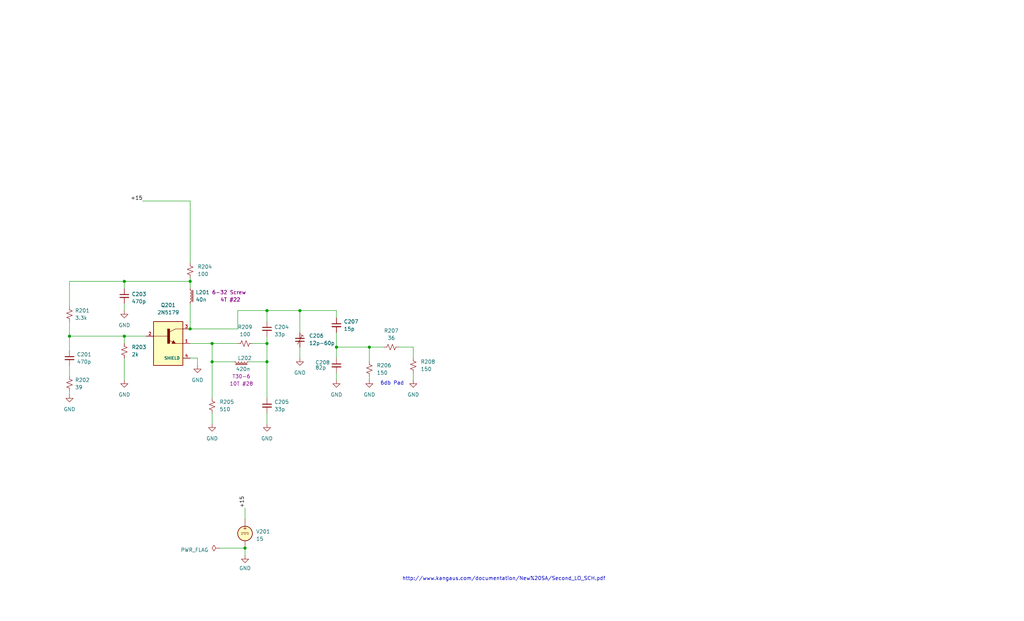
<source format=kicad_sch>
(kicad_sch (version 20230121) (generator eeschema)
  (paper "USLegal")
  (title_block (title "Spectrum Analyzer: Second Mixer and Second Local Oscillator") (date "2022-08-20") (rev "0") (company "Andy McCann KA3KAF and Doug McCann KA3KAG") (comment 1 "https://www.kangaus.com/documentation/New%20SA/Second_LO_SCH.pdf") (comment 2 "As modified by Kanga US schematic:") (comment 3 "Wes Hayward W7ZOI") (comment 4 "Original Design By:"))
  (lib_symbols
    (symbol "Device:C_Small" (pin_numbers hide) (pin_names (offset 0.254) hide)
      (property "Reference" "C" (at 0.254 1.778 0))
      (property "Value" "C_Small" (at 0.254 -2.032 0))
      (symbol "C_Small_0_1"
        (polyline (pts (xy -1.524 -0.508) (xy 1.524 -0.508)) (stroke (width 0.3302)))
        (polyline (pts (xy -1.524 0.508) (xy 1.524 0.508)) (stroke (width 0.3048)))
      )
      (symbol "C_Small_1_1"
        (pin passive line (at 0 2.54 270) (length 2.032) (name "~") (number "1"))
        (pin passive line (at 0 -2.54 90) (length 2.032) (name "~") (number "2"))
      )
    )
    (symbol "Device:C_Trim_Small" (pin_numbers hide) (pin_names (offset 0.254) hide)
      (property "Reference" "C" (at 1.524 -2.032 0))
      (property "Value" "C_Trim_Small" (at 3.048 -3.556 0))
      (symbol "C_Trim_Small_0_1"
        (polyline (pts (xy -1.524 -0.508) (xy 1.524 -0.508)) (stroke (width 0.3048)))
        (polyline (pts (xy -1.524 0.508) (xy 1.524 0.508)) (stroke (width 0.3048)))
        (polyline (pts (xy 0.762 1.524) (xy -0.762 -1.524)) (stroke (width 0.1778)))
        (polyline (pts (xy 1.27 1.27) (xy 0.381 1.778)) (stroke (width 0.1778)))
      )
      (symbol "C_Trim_Small_1_1"
        (pin passive line (at 0 2.54 270) (length 2.032) (name "~") (number "1"))
        (pin passive line (at 0 -2.54 90) (length 2.032) (name "~") (number "2"))
      )
    )
    (symbol "Device:L_Iron_Small" (pin_numbers hide) (pin_names (offset 0.254) hide)
      (property "Reference" "L" (at 1.27 1.016 0))
      (property "Value" "L_Iron_Small" (at 1.27 -1.27 0))
      (symbol "L_Iron_Small_0_1"
        (arc (start 0 -2.032) (mid 0.5058 -1.524) (end 0 -1.016))
        (arc (start 0 -1.016) (mid 0.5058 -0.508) (end 0 0))
        (polyline (pts (xy 0.762 2.032) (xy 0.762 -2.032)))
        (polyline (pts (xy 1.016 -2.032) (xy 1.016 2.032)))
        (arc (start 0 0) (mid 0.5058 0.508) (end 0 1.016))
        (arc (start 0 1.016) (mid 0.5058 1.524) (end 0 2.032))
      )
      (symbol "L_Iron_Small_1_1"
        (pin passive line (at 0 2.54 270) (length 0.508) (name "~") (number "1"))
        (pin passive line (at 0 -2.54 90) (length 0.508) (name "~") (number "2"))
      )
    )
    (symbol "Device:R_Small_US" (pin_numbers hide) (pin_names (offset 0.254) hide)
      (property "Reference" "R" (at 0.762 0.508 0))
      (property "Value" "R_Small_US" (at 0.762 -1.016 0))
      (symbol "R_Small_US_1_1"
        (polyline (pts (xy 0 0) (xy 1.016 -0.381) (xy 0 -0.762) (xy -1.016 -1.143) (xy 0 -1.524)))
        (polyline (pts (xy 0 1.524) (xy 1.016 1.143) (xy 0 0.762) (xy -1.016 0.381) (xy 0 0)))
        (pin passive line (at 0 2.54 270) (length 1.016) (name "~") (number "1"))
        (pin passive line (at 0 -2.54 90) (length 1.016) (name "~") (number "2"))
      )
    )
    (symbol "Simulation_SPICE:VDC" (pin_numbers hide) (pin_names (offset 0.0254))
      (property "Reference" "V" (at 2.54 2.54 0))
      (property "Value" "1" (at 2.54 0 0))
      (symbol "VDC_0_0"
        (polyline (pts (xy -1.27 0.254) (xy 1.27 0.254)))
        (polyline (pts (xy -0.762 -0.254) (xy -1.27 -0.254)))
        (polyline (pts (xy 0.254 -0.254) (xy -0.254 -0.254)))
        (polyline (pts (xy 1.27 -0.254) (xy 0.762 -0.254)))
        (text "+" (at 0 1.905 0) (effects (font (size 1.27 1.27))))
      )
      (symbol "VDC_0_1"
        (circle (center 0 0) (radius 2.54) (stroke (width 0.254)) (fill (type background)))
      )
      (symbol "VDC_1_1"
        (pin passive line (at 0 5.08 270) (length 2.54) (name "~") (number "1"))
        (pin passive line (at 0 -5.08 90) (length 2.54) (name "~") (number "2"))
      )
    )
    (symbol "power:GND" (power) (pin_names (offset 0))
      (property "Value" "GND" (at 0 -3.81 0))
      (symbol "GND_0_1"
        (polyline (pts (xy 0 0) (xy 0 -1.27) (xy 1.27 -1.27) (xy 0 -2.54) (xy -1.27 -1.27) (xy 0 -1.27)))
      )
      (symbol "GND_1_1"
        (pin power_in line (at 0 0 270) (length 0) hide (name "GND") (number "1"))
      )
    )
    (symbol "power:PWR_FLAG" (power) (pin_numbers hide) (pin_names (offset 0) hide)
      (property "Value" "PWR_FLAG" (at 0 3.81 0))
      (symbol "PWR_FLAG_0_0"
        (pin power_out line (at 0 0 90) (length 0) (name "pwr") (number "1"))
      )
      (symbol "PWR_FLAG_0_1"
        (polyline (pts (xy 0 0) (xy 0 1.27) (xy -1.016 1.905) (xy 0 2.54) (xy 1.016 1.905) (xy 0 1.27)))
      )
    )
    (symbol "spectrum_analyzer:2N5179" (pin_names (offset 1.016))
      (property "Reference" "Q" (at -5.08 8.89 0))
      (property "Value" "2N5179" (at -5.08 -10.16 0))
      (symbol "2N5179_0_0"
        (rectangle (start -5.08 -7.62) (end 5.08 7.62) (stroke (width 0.254)) (fill (type background)))
        (rectangle (start -0.254 0) (end 0.508 5.08) (fill (type outline)))
        (polyline (pts (xy 0 2.54) (xy -5.08 2.54)) (stroke (width 0.1524)))
        (polyline (pts (xy 1.27 0) (xy 1.778 1.016)) (stroke (width 0.1524)))
        (polyline (pts (xy 1.524 0.127) (xy 2.286 0.127)) (stroke (width 0.254)))
        (polyline (pts (xy 1.524 0.254) (xy 1.905 0.254)) (stroke (width 0.254)))
        (polyline (pts (xy 1.5494 0.508) (xy 0.3048 1.1176)) (stroke (width 0.1524)))
        (polyline (pts (xy 1.778 0.762) (xy 1.524 0.254)) (stroke (width 0.254)))
        (polyline (pts (xy 1.778 1.016) (xy 2.54 0)) (stroke (width 0.1524)))
        (polyline (pts (xy 1.905 0.254) (xy 1.778 0.508)) (stroke (width 0.254)))
        (polyline (pts (xy 2.286 0.127) (xy 1.778 0.762)) (stroke (width 0.254)))
        (polyline (pts (xy 2.54 0) (xy 1.27 0)) (stroke (width 0.1524)))
        (polyline (pts (xy 2.54 0) (xy 5.08 0)) (stroke (width 0.1524)))
        (polyline (pts (xy 2.54 5.08) (xy 0.508 4.064)) (stroke (width 0.1524)))
        (polyline (pts (xy 2.54 5.08) (xy 5.08 5.08)) (stroke (width 0.1524)))
        (pin passive line (at 7.62 0 180) (length 2.54) (name "~") (number "1"))
        (pin passive line (at -7.62 2.54 0) (length 2.54) (name "~") (number "2"))
        (pin passive line (at 7.62 5.08 180) (length 2.54) (name "~") (number "3"))
        (pin passive line (at 7.62 -5.08 180) (length 2.54) (name "SHIELD") (number "4"))
      )
    )
  )
  (junction (at 85.09 190.5))
  (junction (at 24.13 116.84))
  (junction (at 43.18 116.84))
  (junction (at 92.71 125.73))
  (junction (at 66.04 114.3))
  (junction (at 92.71 107.95))
  (junction (at 73.66 119.38))
  (junction (at 104.14 107.95))
  (junction (at 92.71 119.38))
  (junction (at 116.84 120.65))
  (junction (at 66.04 97.79))
  (junction (at 43.18 97.79))
  (junction (at 73.66 125.73))
  (junction (at 128.27 120.65))
  (wire (pts (xy 143.51 120.65) (xy 138.43 120.65)))
  (wire (pts (xy 24.13 106.68) (xy 24.13 97.79)))
  (wire (pts (xy 24.13 121.92) (xy 24.13 116.84)))
  (wire (pts (xy 92.71 119.38) (xy 92.71 116.84)))
  (wire (pts (xy 92.71 111.76) (xy 92.71 107.95)))
  (wire (pts (xy 116.84 120.65) (xy 128.27 120.65)))
  (wire (pts (xy 85.09 176.53) (xy 85.09 180.34)))
  (wire (pts (xy 73.66 138.43) (xy 73.66 125.73)))
  (wire (pts (xy 116.84 115.57) (xy 116.84 120.65)))
  (wire (pts (xy 43.18 119.38) (xy 43.18 116.84)))
  (wire (pts (xy 116.84 107.95) (xy 116.84 110.49)))
  (wire (pts (xy 66.04 100.33) (xy 66.04 97.79)))
  (wire (pts (xy 73.66 119.38) (xy 82.55 119.38)))
  (wire (pts (xy 82.55 114.3) (xy 82.55 107.95)))
  (wire (pts (xy 82.55 107.95) (xy 92.71 107.95)))
  (wire (pts (xy 66.04 114.3) (xy 82.55 114.3)))
  (wire (pts (xy 76.2 190.5) (xy 85.09 190.5)))
  (wire (pts (xy 85.09 190.5) (xy 85.09 193.04)))
  (wire (pts (xy 104.14 107.95) (xy 116.84 107.95)))
  (wire (pts (xy 73.66 147.32) (xy 73.66 143.51)))
  (wire (pts (xy 49.53 69.85) (xy 66.04 69.85)))
  (wire (pts (xy 24.13 116.84) (xy 24.13 111.76)))
  (wire (pts (xy 128.27 125.73) (xy 128.27 120.65)))
  (wire (pts (xy 87.63 119.38) (xy 92.71 119.38)))
  (wire (pts (xy 66.04 96.52) (xy 66.04 97.79)))
  (wire (pts (xy 133.35 120.65) (xy 128.27 120.65)))
  (wire (pts (xy 92.71 125.73) (xy 92.71 119.38)))
  (wire (pts (xy 66.04 105.41) (xy 66.04 114.3)))
  (wire (pts (xy 68.58 124.46) (xy 68.58 127)))
  (wire (pts (xy 43.18 97.79) (xy 66.04 97.79)))
  (wire (pts (xy 104.14 115.57) (xy 104.14 107.95)))
  (wire (pts (xy 43.18 100.33) (xy 43.18 97.79)))
  (wire (pts (xy 92.71 107.95) (xy 104.14 107.95)))
  (wire (pts (xy 24.13 116.84) (xy 43.18 116.84)))
  (wire (pts (xy 116.84 132.08) (xy 116.84 129.54)))
  (wire (pts (xy 66.04 91.44) (xy 66.04 69.85)))
  (wire (pts (xy 43.18 107.95) (xy 43.18 105.41)))
  (wire (pts (xy 116.84 120.65) (xy 116.84 124.46)))
  (wire (pts (xy 73.66 119.38) (xy 66.04 119.38)))
  (wire (pts (xy 50.8 116.84) (xy 43.18 116.84)))
  (wire (pts (xy 24.13 137.16) (xy 24.13 135.89)))
  (wire (pts (xy 143.51 124.46) (xy 143.51 120.65)))
  (wire (pts (xy 92.71 147.32) (xy 92.71 143.51)))
  (wire (pts (xy 143.51 129.54) (xy 143.51 132.08)))
  (wire (pts (xy 24.13 130.81) (xy 24.13 127)))
  (wire (pts (xy 66.04 124.46) (xy 68.58 124.46)))
  (wire (pts (xy 104.14 120.65) (xy 104.14 124.46)))
  (wire (pts (xy 128.27 130.81) (xy 128.27 132.08)))
  (wire (pts (xy 92.71 138.43) (xy 92.71 125.73)))
  (wire (pts (xy 81.28 125.73) (xy 73.66 125.73)))
  (wire (pts (xy 86.36 125.73) (xy 92.71 125.73)))
  (wire (pts (xy 43.18 124.46) (xy 43.18 132.08)))
  (wire (pts (xy 73.66 125.73) (xy 73.66 119.38)))
  (wire (pts (xy 24.13 97.79) (xy 43.18 97.79)))
  (text "http://www.kangaus.com/documentation/New%20SA/Second_LO_SCH.pdf" (at 139.7 201.93 0) (effects (font (size 1.27 1.27)) (justify left bottom)))
  (text "6db Pad" (at 132.08 133.985 0) (effects (font (size 1.27 1.27)) (justify left bottom)))
  (label "+15" (at 85.09 176.53 90))
  (label "+15" (at 49.53 69.85 180))
  (symbol (lib_id "power:GND") (at 73.66 147.32 0) (unit 1)
    (property "Reference" "#PWR0208" (effects hide))
    (property "Value" "GND" (at 73.66 152.4 0))
  )
  (symbol (lib_id "power:GND") (at 43.18 107.95 0) (unit 1)
    (property "Reference" "#PWR0204" (effects hide))
    (property "Value" "GND" (at 43.18 113.03 0))
  )
  (symbol (lib_id "power:GND") (at 85.09 193.04 0) (unit 1)
    (property "Reference" "#PWR0209" (effects hide))
    (property "Value" "GND" (at 85.09 197.485 0))
  )
  (symbol (lib_id "Device:C_Small") (at 116.84 113.03 0) (unit 1)
    (property "Reference" "C207" (at 119.38 111.7662 0) (effects (justify left)))
    (property "Value" "15p" (at 119.38 114.3062 0) (effects (justify left)))
    (property "Footprint" "Capacitor_THT:C_Disc_D5.0mm_W2.5mm_P5.00mm" (effects hide))
    (property "Datasheet" "https://content.kemet.com/datasheets/KEM_C1049_GOLDMAX_C0G.pdf" (effects hide))
    (property "Digikey-Part-Number" "399-8913-ND" (effects hide))
  )
  (symbol (lib_id "power:GND") (at 24.13 137.16 0) (unit 1)
    (property "Reference" "#PWR0201" (effects hide))
    (property "Value" "GND" (at 24.13 142.24 0))
  )
  (symbol (lib_id "power:GND") (at 104.14 124.46 0) (unit 1)
    (property "Reference" "#PWR0211" (effects hide))
    (property "Value" "GND" (at 104.14 129.54 0))
  )
  (symbol (lib_id "Simulation_SPICE:VDC") (at 85.09 185.42 0) (unit 1) (on_board no)
    (property "Reference" "V201" (at 88.9 184.7492 0) (effects (justify left)))
    (property "Value" "15" (at 88.9 187.2892 0) (effects (justify left)))
    (property "Sim.Pins" "1=+ 2=-" (effects hide))
    (property "Sim.Type" "DC" (effects hide))
    (property "Sim.Device" "V" (effects hide))
  )
  (symbol (lib_id "spectrum_analyzer:2N5179") (at 58.42 119.38 0) (unit 1)
    (property "Reference" "Q201" (at 58.42 106.045 0))
    (property "Value" "2N5179" (at 58.42 108.585 0))
    (property "Footprint" "spectrum_analyzer:TO127P584H533-4N" (effects hide))
    (property "Datasheet" "https://my.centralsemi.com/datasheets/2N5179.PDF" (effects hide))
    (property "MAXIMUM_PACKAGE_HEIGHT" "5.33 mm" (effects hide))
    (property "MANUFACTURER" "Microchip/Microsemi/Advanced Power Technology" (effects hide))
    (property "STANDARD" "IPC 7351B" (effects hide))
    (property "PARTREV" "N/A" (effects hide))
    (property "Sim.Library" "2ndmixer-2ndlo-spice\\2N5179.LIB" (effects hide))
    (property "Sim.Name" "2N5179" (effects hide))
    (property "Sim.Pins" "1=C 2=B 3=E 4=<S>" (effects hide))
    (property "Digikey-Part-Number" "1514-2N5179PBFREE-ND" (effects hide))
    (property "Sim.Device" "NPN" (effects hide))
    (property "Sim.Type" "GUMMELPOON" (effects hide))
    (property "Sim.Params" "ise=20191.3a" (effects hide))
  )
  (symbol (lib_id "Device:R_Small_US") (at 43.18 121.92 0) (unit 1)
    (property "Reference" "R203" (at 45.72 120.6499 0) (effects (justify left)))
    (property "Value" "2k" (at 45.72 123.1899 0) (effects (justify left)))
    (property "Footprint" "Resistor_THT:R_Axial_DIN0207_L6.3mm_D2.5mm_P7.62mm_Horizontal" (effects hide))
    (property "Datasheet" "https://www.yageo.com/upload/media/product/productsearch/datasheet/lr/YAGEO%20CFR_datasheet_2021v0.pdf" (effects hide))
    (property "Digikey-Part-Number" "13-CFR-25JT-52-2KCT-ND" (effects hide))
  )
  (symbol (lib_id "Device:R_Small_US") (at 85.09 119.38 90) (unit 1)
    (property "Reference" "R209" (at 85.09 113.665 90))
    (property "Value" "100" (at 85.09 116.205 90))
    (property "Footprint" "Resistor_THT:R_Axial_DIN0207_L6.3mm_D2.5mm_P7.62mm_Horizontal" (effects hide))
    (property "Datasheet" "https://www.yageo.com/upload/media/product/productsearch/datasheet/lr/YAGEO%20CFR_datasheet_2021v0.pdf" (effects hide))
    (property "Digikey-Part-Number" "	100QBK-ND" (effects hide))
  )
  (symbol (lib_id "Device:C_Small") (at 116.84 127 0) (unit 1)
    (property "Reference" "C208" (at 109.474 125.984 0) (effects (justify left)))
    (property "Value" "82p" (at 109.474 127.762 0) (effects (justify left)))
    (property "Footprint" "Capacitor_THT:C_Disc_D5.0mm_W2.5mm_P5.00mm" (effects hide))
    (property "Datasheet" "https://connect.kemet.com:7667/gateway/IntelliData-ComponentDocumentation/1.0/download/datasheet/C315C820J2G5TA" (effects hide))
    (property "Digikey-Part-Number" "399-13944-ND" (effects hide))
  )
  (symbol (lib_id "Device:C_Small") (at 92.71 140.97 0) (unit 1)
    (property "Reference" "C205" (at 95.25 139.7062 0) (effects (justify left)))
    (property "Value" "33p" (at 95.25 142.2462 0) (effects (justify left)))
    (property "Footprint" "Capacitor_THT:C_Disc_D5.0mm_W2.5mm_P5.00mm" (effects hide))
    (property "Datasheet" "https://content.kemet.com/datasheets/KEM_C1049_GOLDMAX_C0G.pdf" (effects hide))
    (property "Digikey-Part-Number" "399-9731-ND" (effects hide))
  )
  (symbol (lib_id "power:GND") (at 43.18 132.08 0) (unit 1)
    (property "Reference" "#PWR0205" (effects hide))
    (property "Value" "GND" (at 43.18 137.16 0))
  )
  (symbol (lib_id "Device:L_Iron_Small") (at 83.82 125.73 270) (unit 1)
    (property "Reference" "L202" (at 82.55 124.46 90) (effects (justify left)))
    (property "Value" "420n" (at 81.915 128.27 90) (effects (justify left)))
    (property "Footprint" "Inductor_THT:L_Toroid_Vertical_L13.0mm_W6.5mm_P5.60mm" (effects hide))
    (property "Toroid" "T30-6" (at 83.82 130.81 90))
    (property "Turns" "10T #28" (at 83.82 133.35 90))
    (property "Digikey-Part-Number" "N/A" (effects hide))
  )
  (symbol (lib_id "power:GND") (at 128.27 132.08 0) (unit 1)
    (property "Reference" "#PWR0213" (effects hide))
    (property "Value" "GND" (at 128.27 137.16 0))
  )
  (symbol (lib_id "Device:R_Small_US") (at 128.27 128.27 0) (unit 1)
    (property "Reference" "R206" (at 130.81 126.9999 0) (effects (justify left)))
    (property "Value" "150" (at 130.81 129.5399 0) (effects (justify left)))
    (property "Footprint" "Resistor_THT:R_Axial_DIN0207_L6.3mm_D2.5mm_P7.62mm_Horizontal" (effects hide))
    (property "Datasheet" "https://www.yageo.com/upload/media/product/productsearch/datasheet/lr/YAGEO%20CFR_datasheet_2021v0.pdf" (effects hide))
    (property "Digikey-Part-Number" "150QBK-ND" (effects hide))
  )
  (symbol (lib_id "Device:R_Small_US") (at 143.51 127 0) (unit 1)
    (property "Reference" "R208" (at 146.05 125.7299 0) (effects (justify left)))
    (property "Value" "150" (at 146.05 128.2699 0) (effects (justify left)))
    (property "Footprint" "Resistor_THT:R_Axial_DIN0207_L6.3mm_D2.5mm_P7.62mm_Horizontal" (effects hide))
    (property "Datasheet" "https://www.yageo.com/upload/media/product/productsearch/datasheet/lr/YAGEO%20CFR_datasheet_2021v0.pdf" (effects hide))
    (property "Digikey-Part-Number" "150QBK-ND" (effects hide))
  )
  (symbol (lib_id "Device:C_Small") (at 24.13 124.46 0) (unit 1)
    (property "Reference" "C201" (at 26.67 123.1962 0) (effects (justify left)))
    (property "Value" "470p" (at 26.67 125.7362 0) (effects (justify left)))
    (property "Footprint" "Capacitor_THT:C_Disc_D5.0mm_W2.5mm_P5.00mm" (effects hide))
    (property "Datasheet" "https://connect.kemet.com:7667/gateway/IntelliData-ComponentDocumentation/1.0/download/datasheet/C315C471K1G5TA" (effects hide))
    (property "Digikey-Part-Number" "BC5214CT-ND" (effects hide))
  )
  (symbol (lib_id "Device:R_Small_US") (at 24.13 109.22 0) (unit 1)
    (property "Reference" "R201" (at 26.035 107.9499 0) (effects (justify left)))
    (property "Value" "3.3k" (at 26.035 110.4899 0) (effects (justify left)))
    (property "Footprint" "Resistor_THT:R_Axial_DIN0207_L6.3mm_D2.5mm_P7.62mm_Horizontal" (effects hide))
    (property "Datasheet" "https://www.yageo.com/upload/media/product/productsearch/datasheet/lr/YAGEO%20CFR_datasheet_2021v0.pdf" (effects hide))
    (property "Digikey-Part-Number" "3.3KQBK-ND" (effects hide))
  )
  (symbol (lib_id "Device:R_Small_US") (at 24.13 133.35 0) (unit 1)
    (property "Reference" "R202" (at 26.035 132.0799 0) (effects (justify left)))
    (property "Value" "39" (at 26.035 134.6199 0) (effects (justify left)))
    (property "Footprint" "Resistor_THT:R_Axial_DIN0207_L6.3mm_D2.5mm_P7.62mm_Horizontal" (effects hide))
    (property "Datasheet" "https://www.yageo.com/upload/media/product/productsearch/datasheet/lr/YAGEO%20CFR_datasheet_2021v0.pdf" (effects hide))
    (property "Digikey-Part-Number" "39QBK-ND" (effects hide))
  )
  (symbol (lib_id "Device:L_Iron_Small") (at 66.04 102.87 0) (unit 1)
    (property "Reference" "L201" (at 67.945 101.5999 0) (effects (justify left)))
    (property "Value" "40n" (at 67.945 104.1399 0) (effects (justify left)))
    (property "Footprint" "Inductor_THT:L_Toroid_Vertical_L13.0mm_W6.5mm_P5.60mm" (effects hide))
    (property "Toroid" "6-32 Screw " (at 80.01 101.6 0))
    (property "Turns" "4T #22" (at 80.01 104.14 0))
    (property "Digikey-Part-Number" "N/A" (effects hide))
  )
  (symbol (lib_id "Device:R_Small_US") (at 66.04 93.98 0) (unit 1)
    (property "Reference" "R204" (at 68.58 92.7099 0) (effects (justify left)))
    (property "Value" "100" (at 68.58 95.2499 0) (effects (justify left)))
    (property "Footprint" "Resistor_THT:R_Axial_DIN0207_L6.3mm_D2.5mm_P7.62mm_Horizontal" (effects hide))
    (property "Datasheet" "https://www.yageo.com/upload/media/product/productsearch/datasheet/lr/YAGEO%20CFR_datasheet_2021v0.pdf" (effects hide))
    (property "Digikey-Part-Number" "	100QBK-ND" (effects hide))
  )
  (symbol (lib_id "power:PWR_FLAG") (at 76.2 190.5 90) (unit 1)
    (property "Reference" "#FLG0201" (effects hide))
    (property "Value" "PWR_FLAG" (at 72.39 191.135 90) (effects (justify left)))
  )
  (symbol (lib_id "power:GND") (at 116.84 132.08 0) (unit 1)
    (property "Reference" "#PWR0212" (effects hide))
    (property "Value" "GND" (at 116.84 137.16 0))
  )
  (symbol (lib_id "Device:C_Small") (at 92.71 114.3 0) (unit 1)
    (property "Reference" "C204" (at 95.25 113.6713 0) (effects (justify left)))
    (property "Value" "33p" (at 95.25 116.2113 0) (effects (justify left)))
    (property "Footprint" "Capacitor_THT:C_Disc_D5.0mm_W2.5mm_P5.00mm" (effects hide))
    (property "Datasheet" "https://content.kemet.com/datasheets/KEM_C1049_GOLDMAX_C0G.pdf" (effects hide))
    (property "Digikey-Part-Number" "399-9731-ND" (effects hide))
  )
  (symbol (lib_id "Device:C_Trim_Small") (at 104.14 118.11 0) (unit 1)
    (property "Reference" "C206" (at 107.315 116.7129 0) (effects (justify left)))
    (property "Value" "12p-60p" (at 107.315 119.2529 0) (effects (justify left)))
    (property "Footprint" "spectrum_analyzer:GKG60015" (effects hide))
    (property "Datasheet" "https://media.digikey.com/pdf/Data%20Sheets/EW%20Electronics-Edmar/GKGxx015_016_Series_DS.pdf" (effects hide))
    (property "Digikey-Part-Number" "	2447-GKG60015-ND" (effects hide))
  )
  (symbol (lib_id "Device:C_Small") (at 43.18 102.87 0) (unit 1)
    (property "Reference" "C203" (at 45.72 102.2413 0) (effects (justify left)))
    (property "Value" "470p" (at 45.72 104.7813 0) (effects (justify left)))
    (property "Footprint" "Capacitor_THT:C_Disc_D5.0mm_W2.5mm_P5.00mm" (effects hide))
    (property "Datasheet" "https://connect.kemet.com:7667/gateway/IntelliData-ComponentDocumentation/1.0/download/datasheet/C315C471K1G5TA" (effects hide))
    (property "Digikey-Part-Number" "BC5214CT-ND" (effects hide))
  )
  (symbol (lib_id "power:GND") (at 68.58 127 0) (unit 1)
    (property "Reference" "#PWR0207" (effects hide))
    (property "Value" "GND" (at 68.58 132.08 0))
  )
  (symbol (lib_id "Device:R_Small_US") (at 73.66 140.97 0) (unit 1)
    (property "Reference" "R205" (at 76.2 139.6999 0) (effects (justify left)))
    (property "Value" "510" (at 76.2 142.2399 0) (effects (justify left)))
    (property "Footprint" "Resistor_THT:R_Axial_DIN0207_L6.3mm_D2.5mm_P7.62mm_Horizontal" (effects hide))
    (property "Datasheet" "https://www.yageo.com/upload/media/product/productsearch/datasheet/lr/YAGEO%20CFR_datasheet_2021v0.pdf" (effects hide))
    (property "Digikey-Part-Number" "	510QBK-ND" (effects hide))
  )
  (symbol (lib_id "power:GND") (at 92.71 147.32 0) (unit 1)
    (property "Reference" "#PWR0210" (effects hide))
    (property "Value" "GND" (at 92.71 152.4 0))
  )
  (symbol (lib_id "Device:R_Small_US") (at 135.89 120.65 90) (unit 1)
    (property "Reference" "R207" (at 135.89 114.935 90))
    (property "Value" "36" (at 135.89 117.475 90))
    (property "Footprint" "Resistor_THT:R_Axial_DIN0207_L6.3mm_D2.5mm_P7.62mm_Horizontal" (effects hide))
    (property "Datasheet" "https://www.yageo.com/upload/media/product/productsearch/datasheet/lr/YAGEO%20CFR_datasheet_2021v0.pdf" (effects hide))
    (property "Digikey-Part-Number" "36QBK-ND" (effects hide))
  )
  (symbol (lib_id "power:GND") (at 143.51 132.08 0) (unit 1)
    (property "Reference" "#PWR0214" (effects hide))
    (property "Value" "GND" (at 143.51 137.16 0))
  )
)
</source>
